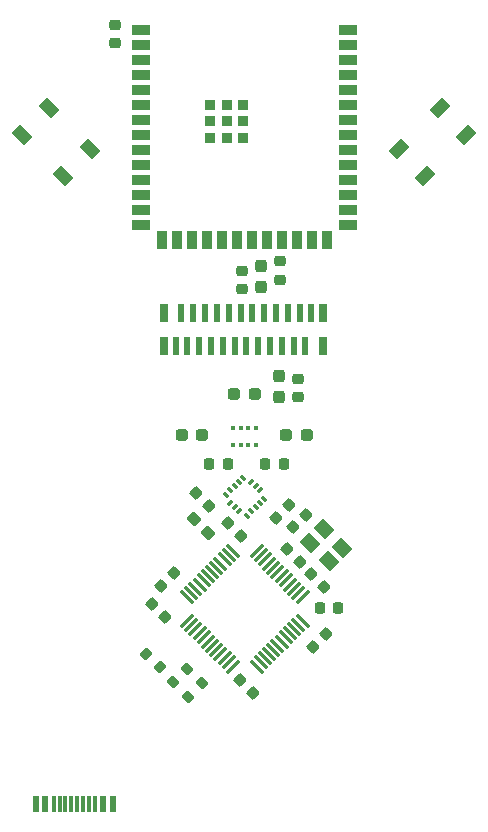
<source format=gbr>
%TF.GenerationSoftware,KiCad,Pcbnew,8.0.4*%
%TF.CreationDate,2024-07-23T16:26:40+02:00*%
%TF.ProjectId,Vertigo Pro PR1,56657274-6967-46f2-9050-726f20505231,DPR1*%
%TF.SameCoordinates,Original*%
%TF.FileFunction,Paste,Top*%
%TF.FilePolarity,Positive*%
%FSLAX46Y46*%
G04 Gerber Fmt 4.6, Leading zero omitted, Abs format (unit mm)*
G04 Created by KiCad (PCBNEW 8.0.4) date 2024-07-23 16:26:40*
%MOMM*%
%LPD*%
G01*
G04 APERTURE LIST*
G04 Aperture macros list*
%AMRoundRect*
0 Rectangle with rounded corners*
0 $1 Rounding radius*
0 $2 $3 $4 $5 $6 $7 $8 $9 X,Y pos of 4 corners*
0 Add a 4 corners polygon primitive as box body*
4,1,4,$2,$3,$4,$5,$6,$7,$8,$9,$2,$3,0*
0 Add four circle primitives for the rounded corners*
1,1,$1+$1,$2,$3*
1,1,$1+$1,$4,$5*
1,1,$1+$1,$6,$7*
1,1,$1+$1,$8,$9*
0 Add four rect primitives between the rounded corners*
20,1,$1+$1,$2,$3,$4,$5,0*
20,1,$1+$1,$4,$5,$6,$7,0*
20,1,$1+$1,$6,$7,$8,$9,0*
20,1,$1+$1,$8,$9,$2,$3,0*%
%AMRotRect*
0 Rectangle, with rotation*
0 The origin of the aperture is its center*
0 $1 length*
0 $2 width*
0 $3 Rotation angle, in degrees counterclockwise*
0 Add horizontal line*
21,1,$1,$2,0,0,$3*%
G04 Aperture macros list end*
%ADD10RoundRect,0.043750X0.235113X-0.049497X-0.049497X0.235113X-0.235113X0.049497X0.049497X-0.235113X0*%
%ADD11RoundRect,0.043750X0.049497X0.235113X-0.235113X-0.049497X-0.049497X-0.235113X0.235113X0.049497X0*%
%ADD12RoundRect,0.043750X-0.235113X0.049497X0.049497X-0.235113X0.235113X-0.049497X-0.049497X0.235113X0*%
%ADD13RoundRect,0.043750X-0.049497X-0.235113X0.235113X0.049497X0.049497X0.235113X-0.235113X-0.049497X0*%
%ADD14RoundRect,0.237500X-0.380070X0.044194X0.044194X-0.380070X0.380070X-0.044194X-0.044194X0.380070X0*%
%ADD15RoundRect,0.225000X0.250000X-0.225000X0.250000X0.225000X-0.250000X0.225000X-0.250000X-0.225000X0*%
%ADD16RoundRect,0.237500X-0.287500X-0.237500X0.287500X-0.237500X0.287500X0.237500X-0.287500X0.237500X0*%
%ADD17RoundRect,0.225000X-0.250000X0.225000X-0.250000X-0.225000X0.250000X-0.225000X0.250000X0.225000X0*%
%ADD18RoundRect,0.200000X0.053033X-0.335876X0.335876X-0.053033X-0.053033X0.335876X-0.335876X0.053033X0*%
%ADD19RotRect,1.500000X1.000000X135.000000*%
%ADD20RoundRect,0.225000X0.225000X0.250000X-0.225000X0.250000X-0.225000X-0.250000X0.225000X-0.250000X0*%
%ADD21RoundRect,0.225000X0.017678X-0.335876X0.335876X-0.017678X-0.017678X0.335876X-0.335876X0.017678X0*%
%ADD22RoundRect,0.225000X-0.225000X-0.250000X0.225000X-0.250000X0.225000X0.250000X-0.225000X0.250000X0*%
%ADD23RotRect,1.150000X1.400000X225.000000*%
%ADD24RoundRect,0.225000X-0.017678X0.335876X-0.335876X0.017678X0.017678X-0.335876X0.335876X-0.017678X0*%
%ADD25RoundRect,0.237500X-0.237500X0.300000X-0.237500X-0.300000X0.237500X-0.300000X0.237500X0.300000X0*%
%ADD26R,0.600000X1.450000*%
%ADD27R,0.300000X1.450000*%
%ADD28RoundRect,0.225000X0.335876X0.017678X0.017678X0.335876X-0.335876X-0.017678X-0.017678X-0.335876X0*%
%ADD29RoundRect,0.237500X0.237500X-0.300000X0.237500X0.300000X-0.237500X0.300000X-0.237500X-0.300000X0*%
%ADD30RoundRect,0.225000X-0.335876X-0.017678X-0.017678X-0.335876X0.335876X0.017678X0.017678X0.335876X0*%
%ADD31R,0.900000X0.900000*%
%ADD32R,1.500000X0.900000*%
%ADD33R,0.900000X1.500000*%
%ADD34RoundRect,0.075000X0.415425X0.521491X-0.521491X-0.415425X-0.415425X-0.521491X0.521491X0.415425X0*%
%ADD35RoundRect,0.075000X-0.415425X0.521491X-0.521491X0.415425X0.415425X-0.521491X0.521491X-0.415425X0*%
%ADD36RotRect,1.500000X1.000000X45.000000*%
%ADD37R,0.600000X1.500000*%
%ADD38R,0.800000X1.500000*%
%ADD39R,0.350000X0.350000*%
%ADD40RoundRect,0.200000X0.335876X0.053033X0.053033X0.335876X-0.335876X-0.053033X-0.053033X-0.335876X0*%
G04 APERTURE END LIST*
D10*
%TO.C,IC1*%
X148821249Y-117842569D03*
X149174802Y-117489016D03*
X149528356Y-117135463D03*
X149881909Y-116781909D03*
X150235462Y-116428356D03*
D11*
X149881909Y-115707107D03*
X149528356Y-115353553D03*
X149174802Y-115000000D03*
D12*
X148453553Y-114646447D03*
X148100000Y-115000000D03*
X147746446Y-115353553D03*
X147392893Y-115707107D03*
X147039340Y-116060660D03*
D13*
X147392893Y-116781909D03*
X147746446Y-117135463D03*
X148100000Y-117489016D03*
%TD*%
D14*
%TO.C,C33*%
X144290120Y-118140120D03*
X145509880Y-119359880D03*
%TD*%
D15*
%TO.C,C19*%
X153150000Y-107825000D03*
X153150000Y-106275000D03*
%TD*%
D16*
%TO.C,D6*%
X147725000Y-107550000D03*
X149475000Y-107550000D03*
%TD*%
D17*
%TO.C,C16*%
X137600000Y-76275000D03*
X137600000Y-77825000D03*
%TD*%
D18*
%TO.C,R3*%
X143783274Y-133216726D03*
X144950000Y-132050000D03*
%TD*%
D19*
%TO.C,D9*%
X132035177Y-83336218D03*
X129772436Y-85598959D03*
X133237259Y-89063782D03*
X135500000Y-86801041D03*
%TD*%
D20*
%TO.C,C35*%
X151900000Y-113450000D03*
X150350000Y-113450000D03*
%TD*%
D16*
%TO.C,D1*%
X143275000Y-111050000D03*
X145025000Y-111050000D03*
%TD*%
D21*
%TO.C,C7*%
X141501992Y-123798008D03*
X142598008Y-122701992D03*
%TD*%
D22*
%TO.C,C4*%
X154975000Y-125700000D03*
X156525000Y-125700000D03*
%TD*%
D23*
%TO.C,Y1*%
X156843503Y-120562132D03*
X155287868Y-119006497D03*
X154156497Y-120137868D03*
X155712132Y-121693503D03*
%TD*%
D24*
%TO.C,C31*%
X152348008Y-116926992D03*
X151251992Y-118023008D03*
%TD*%
D25*
%TO.C,C20*%
X150000000Y-96737499D03*
X150000000Y-98462501D03*
%TD*%
D18*
%TO.C,R2*%
X142533274Y-131966726D03*
X143700000Y-130800000D03*
%TD*%
D17*
%TO.C,C21*%
X151600000Y-96325000D03*
X151600000Y-97875000D03*
%TD*%
D26*
%TO.C,J2*%
X130924999Y-142230000D03*
X131724998Y-142230000D03*
D27*
X132924999Y-142230001D03*
X133924999Y-142230000D03*
X134424999Y-142230000D03*
X135424999Y-142230001D03*
D26*
X136625000Y-142230000D03*
X137424999Y-142230000D03*
X137424999Y-142230000D03*
X136625000Y-142230000D03*
D27*
X135924999Y-142230000D03*
X134924999Y-142230000D03*
X133424999Y-142230000D03*
X132424999Y-142230000D03*
D26*
X131724998Y-142230000D03*
X130924999Y-142230000D03*
%TD*%
D28*
%TO.C,C5*%
X153248008Y-121798008D03*
X152151992Y-120701992D03*
%TD*%
D29*
%TO.C,C18*%
X151500000Y-107762501D03*
X151500000Y-106037499D03*
%TD*%
D30*
%TO.C,C3*%
X154251992Y-122801992D03*
X155348008Y-123898008D03*
%TD*%
D31*
%TO.C,U3*%
X145700000Y-83060000D03*
X145700000Y-84460000D03*
X145700000Y-85860000D03*
X147100000Y-83060000D03*
X147100000Y-84460000D03*
X147100000Y-85860000D03*
X148500000Y-83060000D03*
X148500000Y-84460000D03*
X148500000Y-85860000D03*
D32*
X139850000Y-76740000D03*
X139850000Y-78010000D03*
X139850000Y-79280000D03*
X139850000Y-80550000D03*
X139850000Y-81820000D03*
X139850000Y-83090000D03*
X139850000Y-84360000D03*
X139850000Y-85630000D03*
X139850000Y-86900000D03*
X139850000Y-88170000D03*
X139850000Y-89440000D03*
X139850000Y-90710000D03*
X139850000Y-91980000D03*
X139850000Y-93250000D03*
D33*
X141615000Y-94500000D03*
X142885000Y-94500000D03*
X144155000Y-94500000D03*
X145425000Y-94500000D03*
X146695000Y-94500000D03*
X147965000Y-94500000D03*
X149235000Y-94500000D03*
X150505000Y-94500000D03*
X151775000Y-94500000D03*
X153045000Y-94500000D03*
X154315000Y-94500000D03*
X155585000Y-94500000D03*
D32*
X157350000Y-93250000D03*
X157350000Y-91980000D03*
X157350000Y-90710000D03*
X157350000Y-89440000D03*
X157350000Y-88170000D03*
X157350000Y-86900000D03*
X157350000Y-85630000D03*
X157350000Y-84360000D03*
X157350000Y-83090000D03*
X157350000Y-81820000D03*
X157350000Y-80550000D03*
X157350000Y-79280000D03*
X157350000Y-78010000D03*
X157350000Y-76740000D03*
%TD*%
D17*
%TO.C,C22*%
X148400000Y-97125000D03*
X148400000Y-98675000D03*
%TD*%
D28*
%TO.C,C34*%
X145598008Y-116998008D03*
X144501992Y-115901992D03*
%TD*%
D16*
%TO.C,D2*%
X152125000Y-111050000D03*
X153875000Y-111050000D03*
%TD*%
D24*
%TO.C,C8*%
X155448008Y-127901992D03*
X154351992Y-128998008D03*
%TD*%
D34*
%TO.C,U1*%
X153497876Y-124741212D03*
X153144322Y-124387658D03*
X152790769Y-124034105D03*
X152437215Y-123680551D03*
X152083662Y-123326998D03*
X151730109Y-122973445D03*
X151376555Y-122619891D03*
X151023002Y-122266338D03*
X150669449Y-121912785D03*
X150315895Y-121559231D03*
X149962342Y-121205678D03*
X149608788Y-120852124D03*
D35*
X147611212Y-120852124D03*
X147257658Y-121205678D03*
X146904105Y-121559231D03*
X146550551Y-121912785D03*
X146196998Y-122266338D03*
X145843445Y-122619891D03*
X145489891Y-122973445D03*
X145136338Y-123326998D03*
X144782785Y-123680551D03*
X144429231Y-124034105D03*
X144075678Y-124387658D03*
X143722124Y-124741212D03*
D34*
X143722124Y-126738788D03*
X144075678Y-127092342D03*
X144429231Y-127445895D03*
X144782785Y-127799449D03*
X145136338Y-128153002D03*
X145489891Y-128506555D03*
X145843445Y-128860109D03*
X146196998Y-129213662D03*
X146550551Y-129567215D03*
X146904105Y-129920769D03*
X147257658Y-130274322D03*
X147611212Y-130627876D03*
D35*
X149608788Y-130627876D03*
X149962342Y-130274322D03*
X150315895Y-129920769D03*
X150669449Y-129567215D03*
X151023002Y-129213662D03*
X151376555Y-128860109D03*
X151730109Y-128506555D03*
X152083662Y-128153002D03*
X152437215Y-127799449D03*
X152790769Y-127445895D03*
X153144322Y-127092342D03*
X153497876Y-126738788D03*
%TD*%
D36*
%TO.C,D8*%
X167363782Y-85598959D03*
X165101041Y-83336218D03*
X161636218Y-86801041D03*
X163898959Y-89063782D03*
%TD*%
D37*
%TO.C,J3*%
X154249999Y-100700000D03*
X153750000Y-103500000D03*
X153250000Y-100700000D03*
X152750000Y-103500000D03*
X152250000Y-100700000D03*
X151750001Y-103500000D03*
X151250000Y-100700000D03*
X150750000Y-103500000D03*
X150249999Y-100700000D03*
X149750000Y-103500000D03*
X149250001Y-100700000D03*
X148750000Y-103500000D03*
X148250000Y-100700000D03*
X147749999Y-103500000D03*
X147250000Y-100700000D03*
X146750001Y-103500000D03*
X146250000Y-100700000D03*
X145750000Y-103500000D03*
X145249999Y-100700000D03*
X144750000Y-103500000D03*
X144250000Y-100700000D03*
X143750000Y-103500000D03*
X143250000Y-100700000D03*
X142750001Y-103500000D03*
D38*
X155250000Y-103500000D03*
X155250000Y-100700000D03*
X141750000Y-103500000D03*
X141750000Y-100700000D03*
%TD*%
D21*
%TO.C,C9*%
X152700000Y-118850000D03*
X153796016Y-117753984D03*
%TD*%
D39*
%TO.C,IC2*%
X147624999Y-110441000D03*
X148275000Y-110441000D03*
X148925000Y-110441000D03*
X149575001Y-110441000D03*
X149575001Y-111891000D03*
X148925000Y-111891000D03*
X148275000Y-111891000D03*
X147624999Y-111891000D03*
%TD*%
D28*
%TO.C,C32*%
X148248008Y-119598008D03*
X147151992Y-118501992D03*
%TD*%
D30*
%TO.C,C6*%
X148201992Y-131801992D03*
X149298008Y-132898008D03*
%TD*%
D28*
%TO.C,C1*%
X141848008Y-126448008D03*
X140751992Y-125351992D03*
%TD*%
D20*
%TO.C,C36*%
X147150000Y-113475000D03*
X145600000Y-113475000D03*
%TD*%
D40*
%TO.C,R48*%
X141400000Y-130691726D03*
X140233274Y-129525000D03*
%TD*%
M02*

</source>
